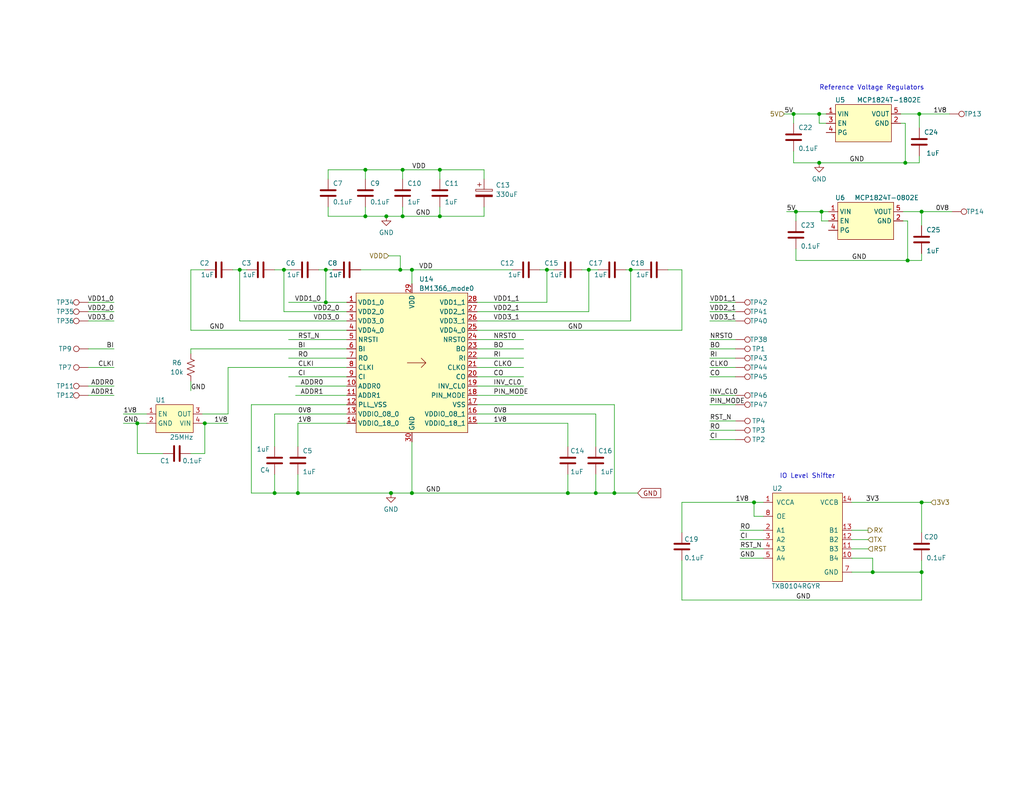
<source format=kicad_sch>
(kicad_sch (version 20230121) (generator eeschema)
  (paper "A")
  (title_block (title "NerdAxe") (date "2023-07-10") (rev "1.1"))
  (lib_symbols
    (symbol "Bitaxe:BM1366_mode1"
      (property "Reference" "U14" (at 1.9559 24.13 0))
      (property "Value" "BM1366_mode0" (at 1.9559 21.59 0))
      (symbol "BM1366_mode1_0_1"
        (rectangle (start -15.24 20.32) (end 15.24 -17.78) (fill (type background)))
        (polyline (pts (xy -1.27 1.27) (xy 3.81 1.27) (xy 2.54 2.54) (xy 3.81 1.27) (xy 2.54 0)))
      )
      (symbol "BM1366_mode1_1_1"
        (pin input line (at -17.78 17.78 0) (length 2.54) (name "VDD1_0") (number "1"))
        (pin input line (at -17.78 -5.08 0) (length 2.54) (name "ADDR0") (number "10"))
        (pin input line (at -17.78 -7.62 0) (length 2.54) (name "ADDR1") (number "11"))
        (pin input line (at -17.78 -10.16 0) (length 2.54) (name "PLL_VSS") (number "12"))
        (pin input line (at -17.78 -12.7 0) (length 2.54) (name "VDDIO_08_0") (number "13"))
        (pin input line (at -17.78 -15.24 0) (length 2.54) (name "VDDIO_18_0") (number "14"))
        (pin input line (at 17.78 -15.24 180) (length 2.54) (name "VDDIO_18_1") (number "15"))
        (pin input line (at 17.78 -12.7 180) (length 2.54) (name "VDDIO_08_1") (number "16"))
        (pin input line (at 17.78 -10.16 180) (length 2.54) (name "VSS") (number "17"))
        (pin input line (at 17.78 -7.62 180) (length 2.54) (name "PIN_MODE") (number "18"))
        (pin input line (at 17.78 -5.08 180) (length 2.54) (name "INV_CL0") (number "19"))
        (pin input line (at -17.78 15.24 0) (length 2.54) (name "VDD2_0") (number "2"))
        (pin input line (at 17.78 -2.54 180) (length 2.54) (name "CO") (number "20"))
        (pin input line (at 17.78 0 180) (length 2.54) (name "CLKO") (number "21"))
        (pin input line (at 17.78 2.54 180) (length 2.54) (name "RI") (number "22"))
        (pin input line (at 17.78 5.08 180) (length 2.54) (name "BO") (number "23"))
        (pin input line (at 17.78 7.62 180) (length 2.54) (name "NRSTO") (number "24"))
        (pin input line (at 17.78 10.16 180) (length 2.54) (name "VDD4_0") (number "25"))
        (pin input line (at 17.78 12.7 180) (length 2.54) (name "VDD3_1") (number "26"))
        (pin input line (at 17.78 15.24 180) (length 2.54) (name "VDD2_1") (number "27"))
        (pin input line (at 17.78 17.78 180) (length 2.54) (name "VDD1_1") (number "28"))
        (pin input line (at 0 22.86 270) (length 2.54) (name "VDD") (number "29"))
        (pin input line (at -17.78 12.7 0) (length 2.54) (name "VDD3_0") (number "3"))
        (pin input line (at 0 -20.32 90) (length 2.54) (name "GND") (number "30"))
        (pin input line (at -17.78 10.16 0) (length 2.54) (name "VDD4_0") (number "4"))
        (pin input line (at -17.78 7.62 0) (length 2.54) (name "NRSTI") (number "5"))
        (pin input line (at -17.78 5.08 0) (length 2.54) (name "BI") (number "6"))
        (pin input line (at -17.78 2.54 0) (length 2.54) (name "RO") (number "7"))
        (pin input line (at -17.78 0 0) (length 2.54) (name "CLKI") (number "8"))
        (pin input line (at -17.78 -2.54 0) (length 2.54) (name "CI") (number "9"))
      )
    )
    (symbol "Connector:TestPoint" (pin_numbers hide) (pin_names (offset 0.762) hide)
      (property "Reference" "TP" (at 0 6.858 0))
      (property "Value" "TestPoint" (at 0 5.08 0))
      (symbol "TestPoint_0_1"
        (circle (center 0 3.302) (radius 0.762))
      )
      (symbol "TestPoint_1_1"
        (pin passive line (at 0 0 90) (length 2.54) (name "1") (number "1"))
      )
    )
    (symbol "Device:C" (pin_numbers hide) (pin_names (offset 0.254))
      (property "Reference" "C" (at 0.635 2.54 0))
      (property "Value" "C" (at 0.635 -2.54 0))
      (symbol "C_0_1"
        (polyline (pts (xy -2.032 -0.762) (xy 2.032 -0.762)) (stroke (width 0.508)))
        (polyline (pts (xy -2.032 0.762) (xy 2.032 0.762)) (stroke (width 0.508)))
      )
      (symbol "C_1_1"
        (pin passive line (at 0 3.81 270) (length 2.794) (name "~") (number "1"))
        (pin passive line (at 0 -3.81 90) (length 2.794) (name "~") (number "2"))
      )
    )
    (symbol "Device:C_Polarized" (pin_numbers hide) (pin_names (offset 0.254))
      (property "Reference" "C" (at 0.635 2.54 0))
      (property "Value" "C_Polarized" (at 0.635 -2.54 0))
      (symbol "C_Polarized_0_1"
        (rectangle (start -2.286 0.508) (end 2.286 1.016))
        (polyline (pts (xy -1.778 2.286) (xy -0.762 2.286)))
        (polyline (pts (xy -1.27 2.794) (xy -1.27 1.778)))
        (rectangle (start 2.286 -0.508) (end -2.286 -1.016) (fill (type outline)))
      )
      (symbol "C_Polarized_1_1"
        (pin passive line (at 0 3.81 270) (length 2.794) (name "~") (number "1"))
        (pin passive line (at 0 -3.81 90) (length 2.794) (name "~") (number "2"))
      )
    )
    (symbol "Device:R_US" (pin_numbers hide) (pin_names (offset 0))
      (property "Reference" "R" (at 2.54 0 90))
      (property "Value" "R_US" (at -2.54 0 90))
      (symbol "R_US_0_1"
        (polyline (pts (xy 0 -2.286) (xy 0 -2.54)))
        (polyline (pts (xy 0 2.286) (xy 0 2.54)))
        (polyline (pts (xy 0 -0.762) (xy 1.016 -1.143) (xy 0 -1.524) (xy -1.016 -1.905) (xy 0 -2.286)))
        (polyline (pts (xy 0 0.762) (xy 1.016 0.381) (xy 0 0) (xy -1.016 -0.381) (xy 0 -0.762)))
        (polyline (pts (xy 0 2.286) (xy 1.016 1.905) (xy 0 1.524) (xy -1.016 1.143) (xy 0 0.762)))
      )
      (symbol "R_US_1_1"
        (pin passive line (at 0 3.81 270) (length 1.27) (name "~") (number "1"))
        (pin passive line (at 0 -3.81 90) (length 1.27) (name "~") (number "2"))
      )
    )
    (symbol "MCP1824_1"
      (property "Reference" "U" (at -7.62 5.08 0))
      (property "Value" "MCP1824_1" (at 5.08 5.08 0))
      (symbol "MCP1824_1_0_1"
        (rectangle (start -7.62 3.81) (end 7.62 -6.35) (stroke (width 0.1524)) (fill (type background)))
      )
      (symbol "MCP1824_1_1_0"
        (pin bidirectional line (at -10.16 1.27 0) (length 2.54) (name "VIN") (number "1"))
        (pin bidirectional line (at 10.16 -1.27 180) (length 2.54) (name "GND") (number "2"))
        (pin bidirectional line (at -10.16 -1.27 0) (length 2.54) (name "EN") (number "3"))
        (pin bidirectional line (at -10.16 -3.81 0) (length 2.54) (name "PG") (number "4"))
        (pin bidirectional line (at 10.16 1.27 180) (length 2.54) (name "VOUT") (number "5"))
      )
    )
    (symbol "bitaxe:MCP1824"
      (property "Reference" "U" (at -7.62 5.08 0))
      (property "Value" "MCP1824" (at 5.08 5.08 0))
      (symbol "MCP1824_0_1"
        (rectangle (start -7.62 3.81) (end 7.62 -6.35) (stroke (width 0.1524)) (fill (type background)))
      )
      (symbol "MCP1824_1_0"
        (pin bidirectional line (at -10.16 1.27 0) (length 2.54) (name "VIN") (number "1"))
        (pin bidirectional line (at 10.16 -1.27 180) (length 2.54) (name "GND") (number "2"))
        (pin bidirectional line (at -10.16 -1.27 0) (length 2.54) (name "EN") (number "3"))
        (pin bidirectional line (at -10.16 -3.81 0) (length 2.54) (name "PG") (number "4"))
        (pin bidirectional line (at 10.16 1.27 180) (length 2.54) (name "VOUT") (number "5"))
      )
    )
    (symbol "bitaxe:TXB0104RGYR" (pin_names (offset 1.016))
      (property "Reference" "U" (at -8.89 12.7 0))
      (property "Value" "TXB0104RGYR" (at -8.89 -11.43 0))
      (symbol "TXB0104RGYR_0_0"
        (rectangle (start -8.89 12.7) (end 10.16 -11.43) (stroke (width 0.1524)) (fill (type background)))
        (pin power_in line (at -11.43 10.16 0) (length 2.54) (name "VCCA") (number "1"))
        (pin bidirectional line (at 12.7 -5.08 180) (length 2.54) (name "B4") (number "10"))
        (pin bidirectional line (at 12.7 -2.54 180) (length 2.54) (name "B3") (number "11"))
        (pin bidirectional line (at 12.7 0 180) (length 2.54) (name "B2") (number "12"))
        (pin bidirectional line (at 12.7 2.54 180) (length 2.54) (name "B1") (number "13"))
        (pin power_in line (at 12.7 10.16 180) (length 2.54) (name "VCCB") (number "14"))
        (pin passive line (at 12.7 -8.89 180) (length 2.54) hide (name "GND") (number "15"))
        (pin passive line (at 12.7 -8.89 180) (length 2.54) hide (name "GND") (number "16"))
        (pin passive line (at 12.7 -8.89 180) (length 2.54) hide (name "GND") (number "17"))
        (pin passive line (at 12.7 -8.89 180) (length 2.54) hide (name "GND") (number "18"))
        (pin passive line (at 12.7 -8.89 180) (length 2.54) hide (name "GND") (number "19"))
        (pin bidirectional line (at -11.43 2.54 0) (length 2.54) (name "A1") (number "2"))
        (pin bidirectional line (at -11.43 0 0) (length 2.54) (name "A2") (number "3"))
        (pin bidirectional line (at -11.43 -2.54 0) (length 2.54) (name "A3") (number "4"))
        (pin bidirectional line (at -11.43 -5.08 0) (length 2.54) (name "A4") (number "5"))
        (pin power_in line (at 12.7 -8.89 180) (length 2.54) (name "GND") (number "7"))
        (pin input line (at -11.43 6.35 0) (length 2.54) (name "OE") (number "8"))
      )
    )
    (symbol "bitaxe:oscillator"
      (property "Reference" "U" (at -3.81 5.08 0))
      (property "Value" "oscillator" (at 0 -5.08 0))
      (symbol "oscillator_0_1"
        (rectangle (start -5.08 3.81) (end 5.08 -3.81) (stroke (width 0.1524)) (fill (type background)))
      )
      (symbol "oscillator_1_0"
        (pin bidirectional line (at -7.62 1.27 0) (length 2.54) (name "EN") (number "1"))
        (pin bidirectional line (at -7.62 -1.27 0) (length 2.54) (name "GND") (number "2"))
        (pin bidirectional line (at 7.62 1.27 180) (length 2.54) (name "OUT") (number "3"))
        (pin bidirectional line (at 7.62 -1.27 180) (length 2.54) (name "VIN") (number "4"))
      )
    )
    (symbol "power:GND" (power) (pin_names (offset 0))
      (property "Value" "GND" (at 0 -3.81 0))
      (symbol "GND_0_1"
        (polyline (pts (xy 0 0) (xy 0 -1.27) (xy 1.27 -1.27) (xy 0 -2.54) (xy -1.27 -1.27) (xy 0 -1.27)))
      )
      (symbol "GND_1_1"
        (pin power_in line (at 0 0 270) (length 0) hide (name "GND") (number "1"))
      )
    )
  )
  (junction (at 120.015 46.355))
  (junction (at 112.395 134.62))
  (junction (at 149.225 73.66))
  (junction (at 167.64 134.62))
  (junction (at 223.52 44.45))
  (junction (at 160.655 73.66))
  (junction (at 216.535 31.115) (diameter 0.9144))
  (junction (at 224.155 57.785))
  (junction (at 251.46 156.21))
  (junction (at 105.41 59.055))
  (junction (at 65.405 73.66))
  (junction (at 106.68 134.62))
  (junction (at 247.65 71.12) (diameter 0.9144))
  (junction (at 162.56 134.62))
  (junction (at 88.9 82.55))
  (junction (at 37.465 115.57))
  (junction (at 250.825 31.115) (diameter 0.9144))
  (junction (at 74.93 134.62))
  (junction (at 217.17 57.785) (diameter 0.9144))
  (junction (at 247.015 44.45) (diameter 0.9144))
  (junction (at 223.52 31.115))
  (junction (at 109.22 73.66))
  (junction (at 99.695 46.355) (diameter 0.9144))
  (junction (at 81.28 134.62))
  (junction (at 112.395 73.66))
  (junction (at 99.695 59.055) (diameter 0.9144))
  (junction (at 77.47 73.66))
  (junction (at 120.015 59.055))
  (junction (at 109.855 46.355) (diameter 0.9144))
  (junction (at 109.855 59.055) (diameter 0.9144))
  (junction (at 88.9 73.66))
  (junction (at 205.74 137.16))
  (junction (at 238.125 156.21))
  (junction (at 55.88 115.57))
  (junction (at 154.94 134.62))
  (junction (at 172.085 73.66))
  (junction (at 251.46 137.16))
  (junction (at 251.46 57.785) (diameter 0.9144))
  (wire (pts (xy 33.655 113.03) (xy 40.005 113.03)))
  (wire (pts (xy 132.08 48.895) (xy 132.08 46.355)))
  (wire (pts (xy 55.245 115.57) (xy 55.88 115.57)))
  (wire (pts (xy 24.13 85.09) (xy 31.115 85.09)))
  (wire (pts (xy 24.13 87.63) (xy 31.115 87.63)))
  (wire (pts (xy 172.085 87.63) (xy 172.085 73.66)))
  (wire (pts (xy 24.13 105.41) (xy 31.115 105.41)))
  (wire (pts (xy 186.055 90.17) (xy 186.055 73.66)))
  (wire (pts (xy 160.655 85.09) (xy 160.655 73.66)))
  (wire (pts (xy 24.13 107.95) (xy 31.115 107.95)))
  (wire (pts (xy 78.74 102.87) (xy 94.615 102.87)))
  (wire (pts (xy 193.675 100.33) (xy 200.66 100.33)))
  (wire (pts (xy 68.58 110.49) (xy 68.58 134.62)))
  (wire (pts (xy 37.465 115.57) (xy 40.005 115.57)))
  (wire (pts (xy 80.645 105.41) (xy 94.615 105.41)))
  (wire (pts (xy 186.055 137.16) (xy 205.74 137.16)))
  (wire (pts (xy 193.675 114.935) (xy 200.66 114.935)))
  (wire (pts (xy 238.125 152.4) (xy 238.125 156.21)))
  (wire (pts (xy 232.41 149.86) (xy 236.855 149.86)))
  (wire (pts (xy 105.41 59.055) (xy 99.695 59.055)))
  (wire (pts (xy 112.395 120.65) (xy 112.395 134.62)))
  (wire (pts (xy 52.07 95.25) (xy 94.615 95.25)))
  (wire (pts (xy 109.22 73.66) (xy 112.395 73.66)))
  (wire (pts (xy 112.395 134.62) (xy 154.94 134.62)))
  (wire (pts (xy 250.825 42.545) (xy 250.825 44.45)))
  (wire (pts (xy 247.015 33.655) (xy 245.745 33.655)))
  (wire (pts (xy 217.17 57.785) (xy 224.155 57.785)))
  (wire (pts (xy 55.88 115.57) (xy 62.23 115.57)))
  (wire (pts (xy 68.58 134.62) (xy 74.93 134.62)))
  (wire (pts (xy 193.675 85.09) (xy 200.66 85.09)))
  (wire (pts (xy 201.93 149.86) (xy 208.28 149.86)))
  (wire (pts (xy 33.655 115.57) (xy 37.465 115.57)))
  (wire (pts (xy 193.675 92.71) (xy 200.66 92.71)))
  (wire (pts (xy 130.175 92.71) (xy 142.875 92.71)))
  (wire (pts (xy 251.46 156.21) (xy 251.46 163.83)))
  (wire (pts (xy 193.675 117.475) (xy 200.66 117.475)))
  (wire (pts (xy 130.175 82.55) (xy 149.225 82.55)))
  (wire (pts (xy 247.65 60.325) (xy 246.38 60.325)))
  (wire (pts (xy 52.07 95.25) (xy 52.07 96.52)))
  (wire (pts (xy 55.88 123.825) (xy 55.88 115.57)))
  (wire (pts (xy 99.695 48.895) (xy 99.695 46.355)))
  (wire (pts (xy 250.825 44.45) (xy 247.015 44.45)))
  (wire (pts (xy 109.855 56.515) (xy 109.855 59.055)))
  (wire (pts (xy 217.17 67.945) (xy 217.17 71.12)))
  (wire (pts (xy 208.28 140.97) (xy 205.74 140.97)))
  (wire (pts (xy 81.28 115.57) (xy 94.615 115.57)))
  (wire (pts (xy 52.07 123.825) (xy 55.88 123.825)))
  (wire (pts (xy 232.41 152.4) (xy 238.125 152.4)))
  (wire (pts (xy 217.17 57.785) (xy 217.17 60.325)))
  (wire (pts (xy 193.675 110.49) (xy 200.66 110.49)))
  (wire (pts (xy 247.65 71.12) (xy 217.17 71.12)))
  (wire (pts (xy 147.32 73.66) (xy 149.225 73.66)))
  (wire (pts (xy 251.46 69.215) (xy 251.46 71.12)))
  (wire (pts (xy 201.93 144.78) (xy 208.28 144.78)))
  (wire (pts (xy 109.855 48.895) (xy 109.855 46.355)))
  (wire (pts (xy 78.74 82.55) (xy 88.9 82.55)))
  (wire (pts (xy 251.46 57.785) (xy 259.715 57.785)))
  (wire (pts (xy 74.93 134.62) (xy 81.28 134.62)))
  (wire (pts (xy 86.995 73.66) (xy 88.9 73.66)))
  (wire (pts (xy 193.675 95.25) (xy 200.66 95.25)))
  (wire (pts (xy 158.75 73.66) (xy 160.655 73.66)))
  (wire (pts (xy 251.46 71.12) (xy 247.65 71.12)))
  (wire (pts (xy 109.22 69.85) (xy 109.22 73.66)))
  (wire (pts (xy 224.155 60.325) (xy 224.155 57.785)))
  (wire (pts (xy 216.535 41.275) (xy 216.535 44.45)))
  (wire (pts (xy 77.47 73.66) (xy 79.375 73.66)))
  (wire (pts (xy 167.64 110.49) (xy 167.64 134.62)))
  (wire (pts (xy 223.52 31.115) (xy 225.425 31.115)))
  (wire (pts (xy 162.56 134.62) (xy 167.64 134.62)))
  (wire (pts (xy 65.405 87.63) (xy 65.405 73.66)))
  (wire (pts (xy 247.65 60.325) (xy 247.65 71.12)))
  (wire (pts (xy 120.015 59.055) (xy 109.855 59.055)))
  (wire (pts (xy 74.93 73.66) (xy 77.47 73.66)))
  (wire (pts (xy 74.93 113.03) (xy 74.93 121.92)))
  (wire (pts (xy 251.46 137.16) (xy 254 137.16)))
  (wire (pts (xy 251.46 137.16) (xy 251.46 145.415)))
  (wire (pts (xy 52.07 73.66) (xy 55.88 73.66)))
  (wire (pts (xy 149.225 73.66) (xy 151.13 73.66)))
  (wire (pts (xy 193.675 97.79) (xy 200.66 97.79)))
  (wire (pts (xy 232.41 147.32) (xy 236.855 147.32)))
  (wire (pts (xy 130.175 87.63) (xy 172.085 87.63)))
  (wire (pts (xy 223.52 33.655) (xy 225.425 33.655)))
  (wire (pts (xy 24.13 95.25) (xy 31.115 95.25)))
  (wire (pts (xy 232.41 156.21) (xy 238.125 156.21)))
  (wire (pts (xy 130.175 90.17) (xy 186.055 90.17)))
  (wire (pts (xy 24.13 82.55) (xy 31.115 82.55)))
  (wire (pts (xy 99.695 59.055) (xy 89.535 59.055)))
  (wire (pts (xy 139.7 73.66) (xy 112.395 73.66)))
  (wire (pts (xy 162.56 129.54) (xy 162.56 134.62)))
  (wire (pts (xy 65.405 73.66) (xy 67.31 73.66)))
  (wire (pts (xy 224.155 57.785) (xy 226.06 57.785)))
  (wire (pts (xy 98.425 73.66) (xy 109.22 73.66)))
  (wire (pts (xy 88.9 82.55) (xy 94.615 82.55)))
  (wire (pts (xy 74.93 113.03) (xy 94.615 113.03)))
  (wire (pts (xy 89.535 56.515) (xy 89.535 59.055)))
  (wire (pts (xy 247.015 33.655) (xy 247.015 44.45)))
  (wire (pts (xy 109.855 59.055) (xy 105.41 59.055)))
  (wire (pts (xy 170.815 73.66) (xy 172.085 73.66)))
  (wire (pts (xy 109.855 46.355) (xy 120.015 46.355)))
  (wire (pts (xy 130.175 95.25) (xy 142.875 95.25)))
  (wire (pts (xy 63.5 73.66) (xy 65.405 73.66)))
  (wire (pts (xy 232.41 144.78) (xy 236.855 144.78)))
  (wire (pts (xy 246.38 57.785) (xy 251.46 57.785)))
  (wire (pts (xy 130.175 100.33) (xy 142.875 100.33)))
  (wire (pts (xy 120.015 48.895) (xy 120.015 46.355)))
  (wire (pts (xy 106.045 69.85) (xy 109.22 69.85)))
  (wire (pts (xy 77.47 85.09) (xy 77.47 73.66)))
  (wire (pts (xy 78.74 92.71) (xy 94.615 92.71)))
  (wire (pts (xy 130.175 110.49) (xy 167.64 110.49)))
  (wire (pts (xy 238.125 156.21) (xy 251.46 156.21)))
  (wire (pts (xy 216.535 31.115) (xy 223.52 31.115)))
  (wire (pts (xy 213.995 31.115) (xy 216.535 31.115)))
  (wire (pts (xy 216.535 31.115) (xy 216.535 33.655)))
  (wire (pts (xy 154.94 129.54) (xy 154.94 134.62)))
  (wire (pts (xy 224.155 60.325) (xy 226.06 60.325)))
  (wire (pts (xy 81.28 129.54) (xy 81.28 134.62)))
  (wire (pts (xy 24.13 100.33) (xy 31.115 100.33)))
  (wire (pts (xy 214.63 57.785) (xy 217.17 57.785)))
  (wire (pts (xy 130.175 113.03) (xy 162.56 113.03)))
  (wire (pts (xy 193.675 87.63) (xy 200.66 87.63)))
  (wire (pts (xy 55.245 113.03) (xy 62.23 113.03)))
  (wire (pts (xy 245.745 31.115) (xy 250.825 31.115)))
  (wire (pts (xy 149.225 82.55) (xy 149.225 73.66)))
  (wire (pts (xy 130.175 115.57) (xy 154.94 115.57)))
  (wire (pts (xy 251.46 153.035) (xy 251.46 156.21)))
  (wire (pts (xy 52.07 106.68) (xy 52.07 104.14)))
  (wire (pts (xy 99.695 56.515) (xy 99.695 59.055)))
  (wire (pts (xy 193.675 120.015) (xy 200.66 120.015)))
  (wire (pts (xy 130.175 85.09) (xy 160.655 85.09)))
  (wire (pts (xy 80.645 107.95) (xy 94.615 107.95)))
  (wire (pts (xy 201.93 152.4) (xy 208.28 152.4)))
  (wire (pts (xy 186.055 153.035) (xy 186.055 163.83)))
  (wire (pts (xy 193.675 107.95) (xy 200.66 107.95)))
  (wire (pts (xy 160.655 73.66) (xy 163.195 73.66)))
  (wire (pts (xy 112.395 73.66) (xy 112.395 77.47)))
  (wire (pts (xy 186.055 73.66) (xy 182.245 73.66)))
  (wire (pts (xy 65.405 87.63) (xy 94.615 87.63)))
  (wire (pts (xy 62.23 100.33) (xy 94.615 100.33)))
  (wire (pts (xy 74.93 129.54) (xy 74.93 134.62)))
  (wire (pts (xy 154.94 115.57) (xy 154.94 121.92)))
  (wire (pts (xy 78.74 97.79) (xy 94.615 97.79)))
  (wire (pts (xy 130.175 105.41) (xy 142.875 105.41)))
  (wire (pts (xy 89.535 46.355) (xy 99.695 46.355)))
  (wire (pts (xy 250.825 31.115) (xy 250.825 34.925)))
  (wire (pts (xy 81.28 115.57) (xy 81.28 121.92)))
  (wire (pts (xy 223.52 44.45) (xy 216.535 44.45)))
  (wire (pts (xy 130.175 97.79) (xy 142.875 97.79)))
  (wire (pts (xy 130.175 107.95) (xy 142.875 107.95)))
  (wire (pts (xy 77.47 85.09) (xy 94.615 85.09)))
  (wire (pts (xy 172.085 73.66) (xy 174.625 73.66)))
  (wire (pts (xy 251.46 57.785) (xy 251.46 61.595)))
  (wire (pts (xy 120.015 46.355) (xy 132.08 46.355)))
  (wire (pts (xy 250.825 31.115) (xy 259.08 31.115)))
  (wire (pts (xy 186.055 145.415) (xy 186.055 137.16)))
  (wire (pts (xy 223.52 33.655) (xy 223.52 31.115)))
  (wire (pts (xy 99.695 46.355) (xy 109.855 46.355)))
  (wire (pts (xy 154.94 134.62) (xy 162.56 134.62)))
  (wire (pts (xy 232.41 137.16) (xy 251.46 137.16)))
  (wire (pts (xy 132.08 56.515) (xy 132.08 59.055)))
  (wire (pts (xy 44.45 123.825) (xy 37.465 123.825)))
  (wire (pts (xy 193.675 102.87) (xy 200.66 102.87)))
  (wire (pts (xy 120.015 56.515) (xy 120.015 59.055)))
  (wire (pts (xy 89.535 48.895) (xy 89.535 46.355)))
  (wire (pts (xy 88.9 73.66) (xy 90.805 73.66)))
  (wire (pts (xy 94.615 90.17) (xy 52.07 90.17)))
  (wire (pts (xy 205.74 140.97) (xy 205.74 137.16)))
  (wire (pts (xy 81.28 134.62) (xy 106.68 134.62)))
  (wire (pts (xy 193.675 82.55) (xy 200.66 82.55)))
  (wire (pts (xy 88.9 73.66) (xy 88.9 82.55)))
  (wire (pts (xy 205.74 137.16) (xy 208.28 137.16)))
  (wire (pts (xy 201.93 147.32) (xy 208.28 147.32)))
  (wire (pts (xy 186.055 163.83) (xy 251.46 163.83)))
  (wire (pts (xy 37.465 123.825) (xy 37.465 115.57)))
  (wire (pts (xy 162.56 121.92) (xy 162.56 113.03)))
  (wire (pts (xy 120.015 59.055) (xy 132.08 59.055)))
  (wire (pts (xy 130.175 102.87) (xy 142.875 102.87)))
  (wire (pts (xy 62.23 100.33) (xy 62.23 113.03)))
  (wire (pts (xy 52.07 90.17) (xy 52.07 73.66)))
  (wire (pts (xy 167.64 134.62) (xy 173.99 134.62)))
  (wire (pts (xy 106.68 134.62) (xy 112.395 134.62)))
  (wire (pts (xy 68.58 110.49) (xy 94.615 110.49)))
  (wire (pts (xy 247.015 44.45) (xy 223.52 44.45)))
  (text "Reference Voltage Regulators" (at 223.52 24.765 0) (effects (font (size 1.27 1.27)) (justify left bottom)))
  (text "IO Level Shifter" (at 212.725 130.81 0) (effects (font (size 1.27 1.27)) (justify left bottom)))
  (label "VDD1_0" (at 87.63 82.55 180))
  (label "GND" (at 231.775 44.45 0))
  (label "NRSTO" (at 134.62 92.71 0))
  (label "BO" (at 134.62 95.25 0))
  (label "VDD1_1" (at 193.675 82.55 0))
  (label "CLKO" (at 193.675 100.33 0))
  (label "1V8" (at 254.635 31.115 0))
  (label "CO" (at 193.675 102.87 0))
  (label "VDD2_1" (at 134.62 85.09 0))
  (label "ADDR0" (at 88.265 105.41 180))
  (label "VDD2_1" (at 193.675 85.09 0))
  (label "RI" (at 193.675 97.79 0))
  (label "GND" (at 52.07 106.68 0))
  (label "GND" (at 116.205 134.62 0))
  (label "0V8" (at 134.62 113.03 0))
  (label "1V8" (at 134.62 115.57 0))
  (label "5V" (at 214.63 57.785 0))
  (label "RO" (at 201.93 144.78 0))
  (label "1V8" (at 33.655 113.03 0))
  (label "VDD" (at 114.3 73.66 0))
  (label "0V8" (at 255.27 57.785 0))
  (label "RST_N" (at 193.675 114.935 0))
  (label "BI" (at 31.115 95.25 180))
  (label "VDD3_1" (at 193.675 87.63 0))
  (label "CLKO" (at 134.62 100.33 0))
  (label "GND" (at 33.655 115.57 0))
  (label "PIN_MODE" (at 134.62 107.95 0))
  (label "VDD3_0" (at 92.71 87.63 180))
  (label "5V" (at 213.995 31.115 0))
  (label "VDD" (at 112.395 46.355 0))
  (label "RO" (at 81.28 97.79 0))
  (label "VDD1_1" (at 134.62 82.55 0))
  (label "GND" (at 57.15 90.17 0))
  (label "BO" (at 193.675 95.25 0))
  (label "1V8" (at 200.66 137.16 0))
  (label "CLKI" (at 81.28 100.33 0))
  (label "CO" (at 134.62 102.87 0))
  (label "RST_N" (at 81.28 92.71 0))
  (label "VDD3_0" (at 31.115 87.63 180))
  (label "1V8" (at 81.28 115.57 0))
  (label "INV_CL0" (at 134.62 105.41 0))
  (label "RO" (at 193.675 117.475 0))
  (label "GND" (at 232.41 71.12 0))
  (label "ADDR1" (at 31.115 107.95 180))
  (label "GND" (at 201.93 152.4 0))
  (label "CLKI" (at 31.115 100.33 180))
  (label "NRSTO" (at 193.675 92.71 0))
  (label "RI" (at 134.62 97.79 0))
  (label "VDD1_0" (at 31.115 82.55 180))
  (label "INV_CL0" (at 193.675 107.95 0))
  (label "VDD2_0" (at 92.71 85.09 180))
  (label "BI" (at 81.28 95.25 0))
  (label "GND" (at 217.17 163.83 0))
  (label "GND" (at 154.94 90.17 0))
  (label "VDD2_0" (at 31.115 85.09 180))
  (label "CI" (at 201.93 147.32 0))
  (label "CI" (at 81.28 102.87 0))
  (label "PIN_MODE" (at 193.675 110.49 0))
  (label "VDD3_1" (at 134.62 87.63 0))
  (label "1V8" (at 58.42 115.57 0))
  (label "0V8" (at 81.28 113.03 0))
  (label "GND" (at 117.475 59.055 180))
  (label "ADDR0" (at 31.115 105.41 180))
  (label "ADDR1" (at 88.265 107.95 180))
  (label "CI" (at 193.675 120.015 0))
  (label "RST_N" (at 201.93 149.86 0))
  (label "3V3" (at 236.22 137.16 0))
  (global_label "GND" (shape input) (at 173.99 134.62 0) (property "Intersheetrefs" "${INTERSHEET_REFS}" (effects hide)))
  (hierarchical_label "RST" (shape input) (at 236.855 149.86 0))
  (hierarchical_label "5V" (shape input) (at 213.995 31.115 180))
  (hierarchical_label "3V3" (shape input) (at 254 137.16 0))
  (hierarchical_label "TX" (shape input) (at 236.855 147.32 0))
  (hierarchical_label "VDD" (shape input) (at 106.045 69.85 180))
  (hierarchical_label "RX" (shape output) (at 236.855 144.78 0))
  (symbol (lib_id "Connector:TestPoint") (at 24.13 87.63 90) (unit 1) (in_bom no)
    (property "Reference" "TP36" (at 17.78 87.63 90))
    (property "Value" "TestPoint" (effects hide))
    (property "Footprint" "TestPoint:TestPoint_Pad_D1.5mm" (effects hide))
  )
  (symbol (lib_id "Device:C") (at 250.825 38.735 0) (unit 1)
    (property "Reference" "C24" (at 252.095 36.83 0) (effects (justify left bottom)))
    (property "Value" "1uF" (at 252.73 42.545 0) (effects (justify left bottom)))
    (property "Footprint" "Capacitor_SMD:C_0402_1005Metric" (effects hide))
    (property "DK" "587-5514-1-ND" (effects hide))
    (property "PARTNO" "EMK105BJ105MV-F" (effects hide))
    (property "LCSC Part" "C113791" (effects hide))
  )
  (symbol (lib_id "Device:C") (at 216.535 37.465 0) (unit 1)
    (property "Reference" "C22" (at 217.805 35.56 0) (effects (justify left bottom)))
    (property "Value" "0.1uF" (at 217.805 41.275 0) (effects (justify left bottom)))
    (property "Footprint" "Capacitor_SMD:C_0402_1005Metric" (effects hide))
    (property "DK" "1292-1639-1-ND" (effects hide))
    (property "PARTNO" "0402X104K100CT" (effects hide))
    (property "LCSC Part" "C1525" (effects hide))
  )
  (symbol (lib_id "Device:C") (at 89.535 52.705 0) (unit 1)
    (property "Reference" "C7" (at 90.805 50.8 0) (effects (justify left bottom)))
    (property "Value" "0.1uF" (at 90.805 55.88 0) (effects (justify left bottom)))
    (property "Footprint" "Capacitor_SMD:C_0402_1005Metric" (effects hide))
    (property "DK" "1292-1639-1-ND" (effects hide))
    (property "PARTNO" "0402X104K100CT" (effects hide))
    (property "LCSC Part" "C1525" (effects hide))
  )
  (symbol (lib_id "Connector:TestPoint") (at 200.66 102.87 270) (unit 1) (in_bom no)
    (property "Reference" "TP45" (at 207.01 102.87 90))
    (property "Value" "TestPoint" (effects hide))
    (property "Footprint" "TestPoint:TestPoint_Pad_D1.5mm" (effects hide))
  )
  (symbol (lib_id "Device:C") (at 178.435 73.66 90) (unit 1)
    (property "Reference" "C18" (at 175.895 71.12 90) (effects (justify left bottom)))
    (property "Value" "1uF" (at 177.165 74.295 90) (effects (justify left bottom)))
    (property "Footprint" "Capacitor_SMD:C_0402_1005Metric" (effects hide))
    (property "DK" "587-5514-1-ND" (effects hide))
    (property "PARTNO" "EMK105BJ105MV-F" (effects hide))
    (property "LCSC Part" "C113791" (effects hide))
  )
  (symbol (lib_id "power:GND") (at 106.68 134.62 0) (mirror y) (unit 1)
    (property "Reference" "#PWR02" (effects hide))
    (property "Value" "GND" (at 106.68 139.065 0))
  )
  (symbol (lib_id "Connector:TestPoint") (at 24.13 85.09 90) (unit 1) (in_bom no)
    (property "Reference" "TP35" (at 17.78 85.09 90))
    (property "Value" "TestPoint" (effects hide))
    (property "Footprint" "TestPoint:TestPoint_Pad_D1.5mm" (effects hide))
  )
  (symbol (lib_id "Connector:TestPoint") (at 24.13 95.25 90) (unit 1) (in_bom no)
    (property "Reference" "TP9" (at 17.78 95.25 90))
    (property "Value" "TestPoint" (effects hide))
    (property "Footprint" "TestPoint:TestPoint_Pad_D1.5mm" (effects hide))
  )
  (symbol (lib_id "Device:C") (at 167.005 73.66 90) (unit 1)
    (property "Reference" "C17" (at 164.465 71.12 90) (effects (justify left bottom)))
    (property "Value" "1uF" (at 165.735 74.295 90) (effects (justify left bottom)))
    (property "Footprint" "Capacitor_SMD:C_0402_1005Metric" (effects hide))
    (property "DK" "587-5514-1-ND" (effects hide))
    (property "PARTNO" "EMK105BJ105MV-F" (effects hide))
    (property "LCSC Part" "C113791" (effects hide))
  )
  (symbol (lib_id "Device:R_US") (at 52.07 100.33 180) (unit 1)
    (property "Reference" "R6" (at 48.26 99.06 0))
    (property "Value" "10k" (at 48.26 101.6 0))
    (property "Footprint" "Resistor_SMD:R_0402_1005Metric" (effects hide))
    (property "DK" "311-10KJRCT-ND" (effects hide))
    (property "PARTNO" "RC0402JR-0710KL" (effects hide))
  )
  (symbol (lib_id "Connector:TestPoint") (at 200.66 114.935 270) (mirror x) (unit 1) (in_bom no)
    (property "Reference" "TP4" (at 207.01 114.935 90))
    (property "Value" "TestPoint" (effects hide))
    (property "Footprint" "TestPoint:TestPoint_Pad_D1.5mm" (effects hide))
  )
  (symbol (lib_id "Connector:TestPoint") (at 200.66 87.63 270) (unit 1) (in_bom no)
    (property "Reference" "TP40" (at 207.01 87.63 90))
    (property "Value" "TestPoint" (effects hide))
    (property "Footprint" "TestPoint:TestPoint_Pad_D1.5mm" (effects hide))
  )
  (symbol (lib_id "Device:C") (at 251.46 149.225 0) (unit 1)
    (property "Reference" "C20" (at 252.095 147.32 0) (effects (justify left bottom)))
    (property "Value" "0.1uF" (at 252.73 153.035 0) (effects (justify left bottom)))
    (property "Footprint" "Capacitor_SMD:C_0402_1005Metric" (effects hide))
    (property "DK" "1292-1639-1-ND" (effects hide))
    (property "PARTNO" "0402X104K100CT" (effects hide))
    (property "LCSC Part" "C1525" (effects hide))
  )
  (symbol (lib_id "bitaxe:oscillator") (at 47.625 114.3 0) (unit 1)
    (property "Reference" "U1" (at 43.815 109.22 0))
    (property "Value" "25MHz" (at 49.53 119.38 0))
    (property "Footprint" "bitaxe:O 25,0-JO32-B-1V3-1-T1-LF" (effects hide))
    (property "Datasheet" "https://www.jauch.com/downloadfile/5ef1edcfb8e2f73163c8ce8009ef659d1/jo32-1.8-3.3v.pdf" (effects hide))
    (property "DK" "1908-O250-JO32-B-1V3-1-T1-LFCT-ND" (effects hide))
    (property "PARTNO" "O 25,0-JO32-B-1V3-1-T1-LF" (effects hide))
  )
  (symbol (lib_id "Device:C") (at 99.695 52.705 0) (unit 1)
    (property "Reference" "C9" (at 100.965 50.8 0) (effects (justify left bottom)))
    (property "Value" "0.1uF" (at 100.965 55.88 0) (effects (justify left bottom)))
    (property "Footprint" "Capacitor_SMD:C_0402_1005Metric" (effects hide))
    (property "DK" "1292-1639-1-ND" (effects hide))
    (property "PARTNO" "0402X104K100CT" (effects hide))
    (property "LCSC Part" "C1525" (effects hide))
  )
  (symbol (lib_id "Connector:TestPoint") (at 200.66 110.49 270) (unit 1) (in_bom no)
    (property "Reference" "TP47" (at 207.01 110.49 90))
    (property "Value" "TestPoint" (effects hide))
    (property "Footprint" "TestPoint:TestPoint_Pad_D1.5mm" (effects hide))
  )
  (symbol (lib_id "Device:C") (at 186.055 149.225 0) (unit 1)
    (property "Reference" "C19" (at 186.69 147.955 0) (effects (justify left bottom)))
    (property "Value" "0.1uF" (at 186.69 153.035 0) (effects (justify left bottom)))
    (property "Footprint" "Capacitor_SMD:C_0402_1005Metric" (effects hide))
    (property "DK" "1292-1639-1-ND" (effects hide))
    (property "PARTNO" "0402X104K100CT" (effects hide))
    (property "LCSC Part" "C1525" (effects hide))
  )
  (symbol (lib_id "Device:C_Polarized") (at 132.08 52.705 0) (unit 1)
    (property "Reference" "C13" (at 135.255 50.5459 0) (effects (justify left)))
    (property "Value" "330uF" (at 135.255 53.0859 0) (effects (justify left)))
    (property "Footprint" "Capacitor_Tantalum_SMD:CP_EIA-7343-31_Kemet-D_Pad2.25x2.55mm_HandSolder" (effects hide))
    (property "DK" "718-1028-1-ND" (effects hide))
    (property "PARTNO" "293D337X9010E2TE3" (effects hide))
    (property "LCSC Part" "C1965141" (effects hide))
  )
  (symbol (lib_id "Connector:TestPoint") (at 200.66 82.55 270) (unit 1) (in_bom no)
    (property "Reference" "TP42" (at 207.01 82.55 90))
    (property "Value" "TestPoint" (effects hide))
    (property "Footprint" "TestPoint:TestPoint_Pad_D1.5mm" (effects hide))
  )
  (symbol (lib_id "Connector:TestPoint") (at 200.66 97.79 270) (unit 1) (in_bom no)
    (property "Reference" "TP43" (at 207.01 97.79 90))
    (property "Value" "TestPoint" (effects hide))
    (property "Footprint" "TestPoint:TestPoint_Pad_D1.5mm" (effects hide))
  )
  (symbol (lib_id "Connector:TestPoint") (at 24.13 82.55 90) (unit 1) (in_bom no)
    (property "Reference" "TP34" (at 17.78 82.55 90))
    (property "Value" "TestPoint" (effects hide))
    (property "Footprint" "TestPoint:TestPoint_Pad_D1.5mm" (effects hide))
  )
  (symbol (lib_id "Device:C") (at 48.26 123.825 90) (unit 1)
    (property "Reference" "C1" (at 46.355 125.095 90) (effects (justify left bottom)))
    (property "Value" "0.1uF" (at 55.245 125.095 90) (effects (justify left bottom)))
    (property "Footprint" "Capacitor_SMD:C_0402_1005Metric" (effects hide))
    (property "DK" "1292-1639-1-ND" (effects hide))
    (property "PARTNO" "0402X104K100CT" (effects hide))
    (property "LCSC Part" "C1525" (effects hide))
  )
  (symbol (lib_id "Connector:TestPoint") (at 259.715 57.785 270) (mirror x) (unit 1) (in_bom no)
    (property "Reference" "TP14" (at 266.065 57.785 90))
    (property "Value" "TestPoint" (effects hide))
    (property "Footprint" "TestPoint:TestPoint_Pad_D1.5mm" (effects hide))
  )
  (symbol (lib_id "Connector:TestPoint") (at 200.66 92.71 270) (unit 1) (in_bom no)
    (property "Reference" "TP38" (at 207.01 92.71 90))
    (property "Value" "TestPoint" (effects hide))
    (property "Footprint" "TestPoint:TestPoint_Pad_D1.5mm" (effects hide))
  )
  (symbol (lib_id "Device:C") (at 143.51 73.66 90) (unit 1)
    (property "Reference" "C12" (at 140.335 71.12 90) (effects (justify left bottom)))
    (property "Value" "1uF" (at 142.24 74.295 90) (effects (justify left bottom)))
    (property "Footprint" "Capacitor_SMD:C_0402_1005Metric" (effects hide))
    (property "DK" "587-5514-1-ND" (effects hide))
    (property "PARTNO" "EMK105BJ105MV-F" (effects hide))
    (property "LCSC Part" "C113791" (effects hide))
  )
  (symbol (lib_id "Device:C") (at 109.855 52.705 0) (unit 1)
    (property "Reference" "C10" (at 111.125 50.8 0) (effects (justify left bottom)))
    (property "Value" "1uF" (at 111.125 55.88 0) (effects (justify left bottom)))
    (property "Footprint" "Capacitor_SMD:C_0402_1005Metric" (effects hide))
    (property "DK" "587-5514-1-ND" (effects hide))
    (property "PARTNO" "EMK105BJ105MV-F" (effects hide))
    (property "LCSC Part" "C113791" (effects hide))
  )
  (symbol (lib_name "MCP1824_1") (lib_id "bitaxe:MCP1824") (at 236.22 59.055 0) (unit 1)
    (property "Reference" "U6" (at 229.235 53.975 0))
    (property "Value" "MCP1824T-0802E" (at 241.935 53.975 0))
    (property "Footprint" "Package_TO_SOT_SMD:SOT-23-5" (effects hide))
    (property "Datasheet" "https://ww1.microchip.com/downloads/en/DeviceDoc/22070a.pdf" (effects hide))
    (property "PARTNO" "MCP1824T-0802E/OT" (effects hide))
    (property "DK" "MCP1824T-0802E/OTCT-ND" (effects hide))
  )
  (symbol (lib_id "bitaxe:TXB0104RGYR") (at 219.71 147.32 0) (unit 1)
    (property "Reference" "U2" (at 212.09 133.35 0))
    (property "Value" "TXB0104RGYR" (at 217.17 160.02 0))
    (property "Footprint" "bitaxe:TXB0104" (effects hide))
    (property "Datasheet" "https://www.ti.com/lit/ds/symlink/txb0104.pdf?HQS=dis-dk-null-digikeymode-dsf-pf-null-wwe&ts=1669420543825&ref_url=https%253A%252F%252Fwww.ti.com%252Fgeneral%252Fdocs%252Fsuppproductinfo.tsp%253FdistId%253D10%2526gotoUrl%253Dhttps%253A%252F%252Fwww.ti.com%252Flit%252Fgpn%252Ftxb0104" (effects hide))
    (property "DK" "296-21930-1-ND" (effects hide))
    (property "PARTNO" "TXB0104RGYR" (effects hide))
    (property "LCSC Part" "C400708" (effects hide))
  )
  (symbol (lib_id "Device:C") (at 71.12 73.66 90) (unit 1)
    (property "Reference" "C3" (at 68.58 71.12 90) (effects (justify left bottom)))
    (property "Value" "1uF" (at 69.85 74.295 90) (effects (justify left bottom)))
    (property "Footprint" "Capacitor_SMD:C_0402_1005Metric" (effects hide))
    (property "DK" "587-5514-1-ND" (effects hide))
    (property "PARTNO" "EMK105BJ105MV-F" (effects hide))
    (property "LCSC Part" "C113791" (effects hide))
  )
  (symbol (lib_id "power:GND") (at 223.52 44.45 0) (mirror y) (unit 1)
    (property "Reference" "#PWR04" (effects hide))
    (property "Value" "GND" (at 223.52 48.895 0))
  )
  (symbol (lib_id "Device:C") (at 120.015 52.705 0) (unit 1)
    (property "Reference" "C11" (at 121.285 50.8 0) (effects (justify left bottom)))
    (property "Value" "1uF" (at 121.285 55.88 0) (effects (justify left bottom)))
    (property "Footprint" "Capacitor_SMD:C_0402_1005Metric" (effects hide))
    (property "DK" "587-5514-1-ND" (effects hide))
    (property "PARTNO" "EMK105BJ105MV-F" (effects hide))
    (property "LCSC Part" "C113791" (effects hide))
  )
  (symbol (lib_id "Connector:TestPoint") (at 200.66 100.33 270) (unit 1) (in_bom no)
    (property "Reference" "TP44" (at 207.01 100.33 90))
    (property "Value" "TestPoint" (effects hide))
    (property "Footprint" "TestPoint:TestPoint_Pad_D1.5mm" (effects hide))
  )
  (symbol (lib_id "Device:C") (at 74.93 125.73 180) (unit 1)
    (property "Reference" "C4" (at 73.66 127.635 0) (effects (justify left bottom)))
    (property "Value" "1uF" (at 73.66 121.92 0) (effects (justify left bottom)))
    (property "Footprint" "Capacitor_SMD:C_0402_1005Metric" (effects hide))
    (property "DK" "587-5514-1-ND" (effects hide))
    (property "PARTNO" "EMK105BJ105MV-F" (effects hide))
    (property "LCSC Part" "C113791" (effects hide))
  )
  (symbol (lib_id "Device:C") (at 154.94 125.73 0) (unit 1)
    (property "Reference" "C14" (at 155.575 123.825 0) (effects (justify left bottom)))
    (property "Value" "1uF" (at 155.575 129.54 0) (effects (justify left bottom)))
    (property "Footprint" "Capacitor_SMD:C_0402_1005Metric" (effects hide))
    (property "DK" "587-5514-1-ND" (effects hide))
    (property "PARTNO" "EMK105BJ105MV-F" (effects hide))
    (property "LCSC Part" "C113791" (effects hide))
  )
  (symbol (lib_id "Device:C") (at 81.28 125.73 0) (unit 1)
    (property "Reference" "C5" (at 82.55 123.825 0) (effects (justify left bottom)))
    (property "Value" "1uF" (at 82.55 129.54 0) (effects (justify left bottom)))
    (property "Footprint" "Capacitor_SMD:C_0402_1005Metric" (effects hide))
    (property "DK" "587-5514-1-ND" (effects hide))
    (property "PARTNO" "EMK105BJ105MV-F" (effects hide))
    (property "LCSC Part" "C113791" (effects hide))
  )
  (symbol (lib_id "Connector:TestPoint") (at 200.66 95.25 270) (unit 1) (in_bom no)
    (property "Reference" "TP1" (at 207.01 95.25 90))
    (property "Value" "TestPoint" (effects hide))
    (property "Footprint" "TestPoint:TestPoint_Pad_D1.5mm" (effects hide))
  )
  (symbol (lib_id "Bitaxe:BM1366_mode1") (at 112.395 100.33 0) (unit 1)
    (property "Reference" "U14" (at 114.3509 76.2 0) (effects (justify left)))
    (property "Value" "BM1366_mode0" (at 114.3509 78.74 0) (effects (justify left)))
    (property "Footprint" "bitaxe:BM1366" (effects hide))
  )
  (symbol (lib_id "Connector:TestPoint") (at 24.13 100.33 90) (unit 1) (in_bom no)
    (property "Reference" "TP7" (at 17.78 100.33 90))
    (property "Value" "TestPoint" (effects hide))
    (property "Footprint" "TestPoint:TestPoint_Pad_D1.5mm" (effects hide))
  )
  (symbol (lib_id "Connector:TestPoint") (at 200.66 120.015 270) (mirror x) (unit 1) (in_bom no)
    (property "Reference" "TP2" (at 207.01 120.015 90))
    (property "Value" "TestPoint" (effects hide))
    (property "Footprint" "TestPoint:TestPoint_Pad_D1.5mm" (effects hide))
  )
  (symbol (lib_id "Connector:TestPoint") (at 200.66 85.09 270) (unit 1) (in_bom no)
    (property "Reference" "TP41" (at 207.01 85.09 90))
    (property "Value" "TestPoint" (effects hide))
    (property "Footprint" "TestPoint:TestPoint_Pad_D1.5mm" (effects hide))
  )
  (symbol (lib_id "Connector:TestPoint") (at 259.08 31.115 270) (mirror x) (unit 1) (in_bom no)
    (property "Reference" "TP13" (at 265.43 31.115 90))
    (property "Value" "TestPoint" (effects hide))
    (property "Footprint" "TestPoint:TestPoint_Pad_D1.5mm" (effects hide))
  )
  (symbol (lib_id "Connector:TestPoint") (at 200.66 107.95 270) (unit 1) (in_bom no)
    (property "Reference" "TP46" (at 207.01 107.95 90))
    (property "Value" "TestPoint" (effects hide))
    (property "Footprint" "TestPoint:TestPoint_Pad_D1.5mm" (effects hide))
  )
  (symbol (lib_id "bitaxe:MCP1824") (at 235.585 32.385 0) (unit 1)
    (property "Reference" "U5" (at 229.235 27.305 0))
    (property "Value" "MCP1824T-1802E" (at 242.57 27.305 0))
    (property "Footprint" "Package_TO_SOT_SMD:SOT-23-5" (effects hide))
    (property "Datasheet" "https://ww1.microchip.com/downloads/en/DeviceDoc/22070a.pdf" (effects hide))
    (property "PARTNO" "MCP1824T-1802E/OT" (effects hide))
    (property "DK" "MCP1824T-1802E/OTCT-ND" (effects hide))
  )
  (symbol (lib_id "power:GND") (at 105.41 59.055 0) (mirror y) (unit 1)
    (property "Reference" "#PWR01" (effects hide))
    (property "Value" "GND" (at 105.41 63.5 0))
  )
  (symbol (lib_id "Device:C") (at 217.17 64.135 0) (unit 1)
    (property "Reference" "C23" (at 218.44 62.23 0) (effects (justify left bottom)))
    (property "Value" "0.1uF" (at 218.44 67.945 0) (effects (justify left bottom)))
    (property "Footprint" "Capacitor_SMD:C_0402_1005Metric" (effects hide))
    (property "DK" "1292-1639-1-ND" (effects hide))
    (property "PARTNO" "0402X104K100CT" (effects hide))
    (property "LCSC Part" "C1525" (effects hide))
  )
  (symbol (lib_id "Device:C") (at 162.56 125.73 0) (unit 1)
    (property "Reference" "C16" (at 163.195 123.825 0) (effects (justify left bottom)))
    (property "Value" "1uF" (at 163.83 129.54 0) (effects (justify left bottom)))
    (property "Footprint" "Capacitor_SMD:C_0402_1005Metric" (effects hide))
    (property "DK" "587-5514-1-ND" (effects hide))
    (property "PARTNO" "EMK105BJ105MV-F" (effects hide))
    (property "LCSC Part" "C113791" (effects hide))
  )
  (symbol (lib_id "Connector:TestPoint") (at 24.13 107.95 90) (unit 1) (in_bom no)
    (property "Reference" "TP12" (at 17.78 107.95 90))
    (property "Value" "TestPoint" (effects hide))
    (property "Footprint" "TestPoint:TestPoint_Pad_D1.5mm" (effects hide))
  )
  (symbol (lib_id "Device:C") (at 59.69 73.66 90) (unit 1)
    (property "Reference" "C2" (at 57.15 71.12 90) (effects (justify left bottom)))
    (property "Value" "1uF" (at 58.42 74.295 90) (effects (justify left bottom)))
    (property "Footprint" "Capacitor_SMD:C_0402_1005Metric" (effects hide))
    (property "DK" "587-5514-1-ND" (effects hide))
    (property "PARTNO" "EMK105BJ105MV-F" (effects hide))
    (property "LCSC Part" "C113791" (effects hide))
  )
  (symbol (lib_id "Connector:TestPoint") (at 24.13 105.41 90) (unit 1) (in_bom no)
    (property "Reference" "TP11" (at 17.78 105.41 90))
    (property "Value" "TestPoint" (effects hide))
    (property "Footprint" "TestPoint:TestPoint_Pad_D1.5mm" (effects hide))
  )
  (symbol (lib_id "Device:C") (at 94.615 73.66 90) (unit 1)
    (property "Reference" "C8" (at 92.075 71.12 90) (effects (justify left bottom)))
    (property "Value" "1uF" (at 93.345 74.295 90) (effects (justify left bottom)))
    (property "Footprint" "Capacitor_SMD:C_0402_1005Metric" (effects hide))
    (property "DK" "587-5514-1-ND" (effects hide))
    (property "PARTNO" "EMK105BJ105MV-F" (effects hide))
    (property "LCSC Part" "C113791" (effects hide))
  )
  (symbol (lib_id "Device:C") (at 251.46 65.405 0) (unit 1)
    (property "Reference" "C25" (at 252.73 63.5 0) (effects (justify left bottom)))
    (property "Value" "1uF" (at 252.73 69.215 0) (effects (justify left bottom)))
    (property "Footprint" "Capacitor_SMD:C_0402_1005Metric" (effects hide))
    (property "DK" "587-5514-1-ND" (effects hide))
    (property "PARTNO" "EMK105BJ105MV-F" (effects hide))
    (property "LCSC Part" "C113791" (effects hide))
  )
  (symbol (lib_id "Device:C") (at 83.185 73.66 90) (unit 1)
    (property "Reference" "C6" (at 80.645 71.12 90) (effects (justify left bottom)))
    (property "Value" "1uF" (at 81.915 74.295 90) (effects (justify left bottom)))
    (property "Footprint" "Capacitor_SMD:C_0402_1005Metric" (effects hide))
    (property "DK" "587-5514-1-ND" (effects hide))
    (property "PARTNO" "EMK105BJ105MV-F" (effects hide))
    (property "LCSC Part" "C113791" (effects hide))
  )
  (symbol (lib_id "Device:C") (at 154.94 73.66 90) (unit 1)
    (property "Reference" "C15" (at 152.4 71.12 90) (effects (justify left bottom)))
    (property "Value" "1uF" (at 153.67 74.295 90) (effects (justify left bottom)))
    (property "Footprint" "Capacitor_SMD:C_0402_1005Metric" (effects hide))
    (property "DK" "587-5514-1-ND" (effects hide))
    (property "PARTNO" "EMK105BJ105MV-F" (effects hide))
    (property "LCSC Part" "C113791" (effects hide))
  )
  (symbol (lib_id "Connector:TestPoint") (at 200.66 117.475 270) (unit 1) (in_bom no)
    (property "Reference" "TP3" (at 207.01 117.475 90))
    (property "Value" "TestPoint" (effects hide))
    (property "Footprint" "TestPoint:TestPoint_Pad_D1.5mm" (effects hide))
  )
)
</source>
